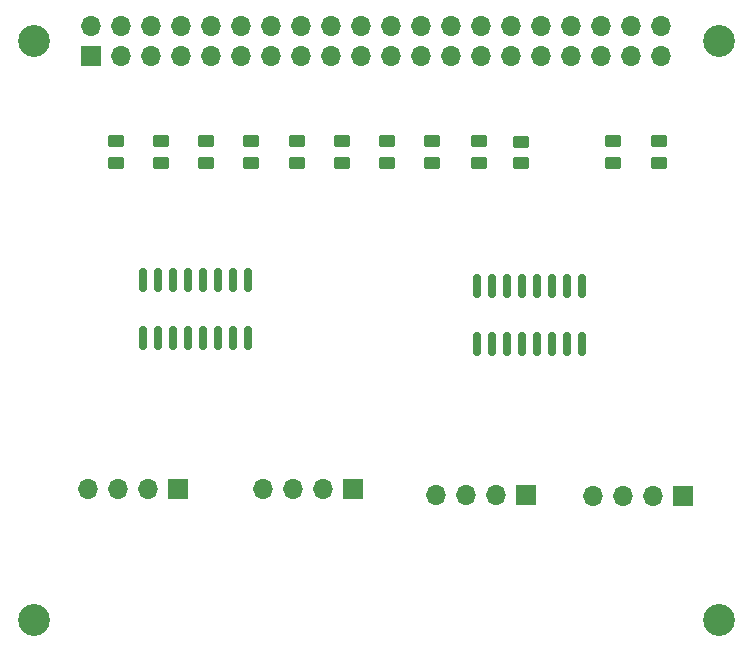
<source format=gts>
G04 #@! TF.GenerationSoftware,KiCad,Pcbnew,7.0.8*
G04 #@! TF.CreationDate,2023-11-16T17:33:30+00:00*
G04 #@! TF.ProjectId,ActionServer,41637469-6f6e-4536-9572-7665722e6b69,rev?*
G04 #@! TF.SameCoordinates,Original*
G04 #@! TF.FileFunction,Soldermask,Top*
G04 #@! TF.FilePolarity,Negative*
%FSLAX46Y46*%
G04 Gerber Fmt 4.6, Leading zero omitted, Abs format (unit mm)*
G04 Created by KiCad (PCBNEW 7.0.8) date 2023-11-16 17:33:30*
%MOMM*%
%LPD*%
G01*
G04 APERTURE LIST*
G04 Aperture macros list*
%AMRoundRect*
0 Rectangle with rounded corners*
0 $1 Rounding radius*
0 $2 $3 $4 $5 $6 $7 $8 $9 X,Y pos of 4 corners*
0 Add a 4 corners polygon primitive as box body*
4,1,4,$2,$3,$4,$5,$6,$7,$8,$9,$2,$3,0*
0 Add four circle primitives for the rounded corners*
1,1,$1+$1,$2,$3*
1,1,$1+$1,$4,$5*
1,1,$1+$1,$6,$7*
1,1,$1+$1,$8,$9*
0 Add four rect primitives between the rounded corners*
20,1,$1+$1,$2,$3,$4,$5,0*
20,1,$1+$1,$4,$5,$6,$7,0*
20,1,$1+$1,$6,$7,$8,$9,0*
20,1,$1+$1,$8,$9,$2,$3,0*%
G04 Aperture macros list end*
%ADD10R,1.700000X1.700000*%
%ADD11O,1.700000X1.700000*%
%ADD12RoundRect,0.250000X-0.450000X0.262500X-0.450000X-0.262500X0.450000X-0.262500X0.450000X0.262500X0*%
%ADD13C,2.700000*%
%ADD14RoundRect,0.150000X-0.150000X0.825000X-0.150000X-0.825000X0.150000X-0.825000X0.150000X0.825000X0*%
G04 APERTURE END LIST*
D10*
X115738000Y-85457000D03*
D11*
X113198000Y-85457000D03*
X110658000Y-85457000D03*
X108118000Y-85457000D03*
D12*
X144704000Y-56058000D03*
X144704000Y-57883000D03*
D13*
X161500000Y-47500000D03*
D12*
X141148000Y-56011000D03*
X141148000Y-57836000D03*
X129582177Y-56011000D03*
X129582177Y-57836000D03*
D10*
X145202000Y-85973000D03*
D11*
X142662000Y-85973000D03*
X140122000Y-85973000D03*
X137582000Y-85973000D03*
D12*
X110435162Y-56011000D03*
X110435162Y-57836000D03*
X118093968Y-56011000D03*
X118093968Y-57836000D03*
D13*
X103500000Y-96500000D03*
D14*
X149911000Y-68250000D03*
X148641000Y-68250000D03*
X147371000Y-68250000D03*
X146101000Y-68250000D03*
X144831000Y-68250000D03*
X143561000Y-68250000D03*
X142291000Y-68250000D03*
X141021000Y-68250000D03*
X141021000Y-73200000D03*
X142291000Y-73200000D03*
X143561000Y-73200000D03*
X144831000Y-73200000D03*
X146101000Y-73200000D03*
X147371000Y-73200000D03*
X148641000Y-73200000D03*
X149911000Y-73200000D03*
D13*
X103500000Y-47500000D03*
D12*
X114264565Y-56011000D03*
X114264565Y-57836000D03*
X152558595Y-56011000D03*
X152558595Y-57836000D03*
D10*
X158420000Y-86030000D03*
D11*
X155880000Y-86030000D03*
X153340000Y-86030000D03*
X150800000Y-86030000D03*
D12*
X121923371Y-56011000D03*
X121923371Y-57836000D03*
D14*
X121590000Y-67742000D03*
X120320000Y-67742000D03*
X119050000Y-67742000D03*
X117780000Y-67742000D03*
X116510000Y-67742000D03*
X115240000Y-67742000D03*
X113970000Y-67742000D03*
X112700000Y-67742000D03*
X112700000Y-72692000D03*
X113970000Y-72692000D03*
X115240000Y-72692000D03*
X116510000Y-72692000D03*
X117780000Y-72692000D03*
X119050000Y-72692000D03*
X120320000Y-72692000D03*
X121590000Y-72692000D03*
D12*
X125752774Y-56011000D03*
X125752774Y-57836000D03*
D13*
X161500000Y-96500000D03*
D12*
X133411580Y-56011000D03*
X133411580Y-57836000D03*
X137240983Y-56011000D03*
X137240983Y-57836000D03*
D11*
X122860000Y-85457000D03*
X125400000Y-85457000D03*
X127940000Y-85457000D03*
D10*
X130480000Y-85457000D03*
D12*
X156388000Y-56011000D03*
X156388000Y-57836000D03*
D10*
X108370000Y-48770000D03*
D11*
X108370000Y-46230000D03*
X110910000Y-48770000D03*
X110910000Y-46230000D03*
X113450000Y-48770000D03*
X113450000Y-46230000D03*
X115990000Y-48770000D03*
X115990000Y-46230000D03*
X118530000Y-48770000D03*
X118530000Y-46230000D03*
X121070000Y-48770000D03*
X121070000Y-46230000D03*
X123610000Y-48770000D03*
X123610000Y-46230000D03*
X126150000Y-48770000D03*
X126150000Y-46230000D03*
X128690000Y-48770000D03*
X128690000Y-46230000D03*
X131230000Y-48770000D03*
X131230000Y-46230000D03*
X133770000Y-48770000D03*
X133770000Y-46230000D03*
X136310000Y-48770000D03*
X136310000Y-46230000D03*
X138850000Y-48770000D03*
X138850000Y-46230000D03*
X141390000Y-48770000D03*
X141390000Y-46230000D03*
X143930000Y-48770000D03*
X143930000Y-46230000D03*
X146470000Y-48770000D03*
X146470000Y-46230000D03*
X149010000Y-48770000D03*
X149010000Y-46230000D03*
X151550000Y-48770000D03*
X151550000Y-46230000D03*
X154090000Y-48770000D03*
X154090000Y-46230000D03*
X156630000Y-48770000D03*
X156630000Y-46230000D03*
M02*

</source>
